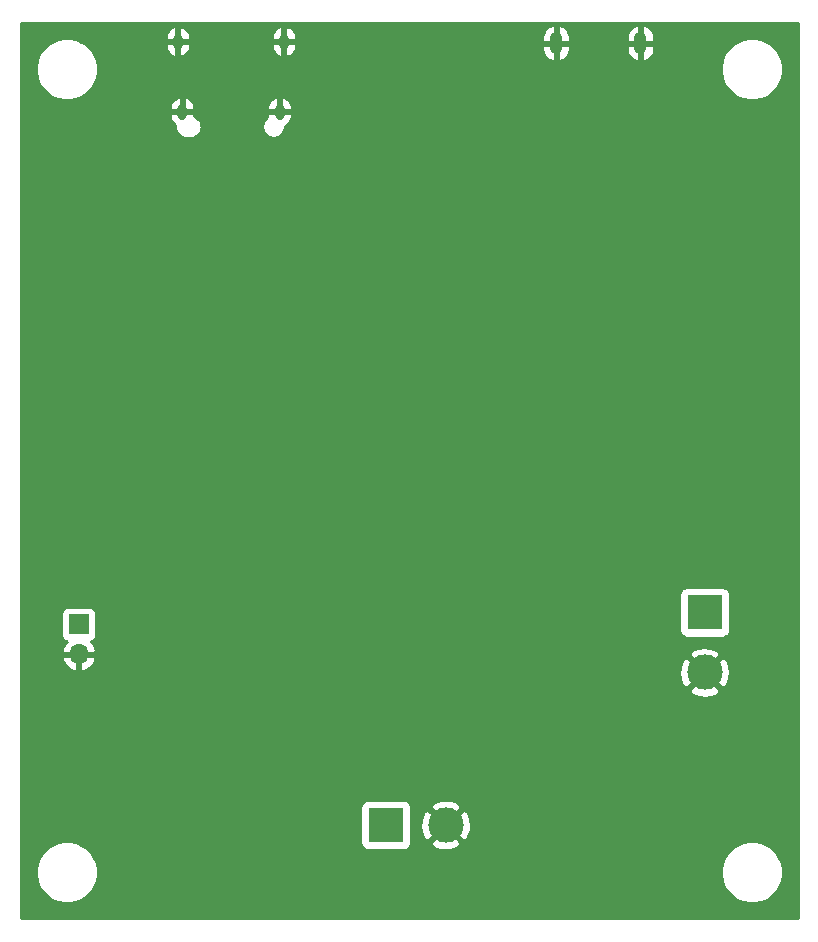
<source format=gbr>
%TF.GenerationSoftware,KiCad,Pcbnew,(5.1.9)-1*%
%TF.CreationDate,2021-08-17T00:54:57-04:00*%
%TF.ProjectId,cargador,63617267-6164-46f7-922e-6b696361645f,rev?*%
%TF.SameCoordinates,Original*%
%TF.FileFunction,Copper,L2,Bot*%
%TF.FilePolarity,Positive*%
%FSLAX46Y46*%
G04 Gerber Fmt 4.6, Leading zero omitted, Abs format (unit mm)*
G04 Created by KiCad (PCBNEW (5.1.9)-1) date 2021-08-17 00:54:57*
%MOMM*%
%LPD*%
G01*
G04 APERTURE LIST*
%TA.AperFunction,ComponentPad*%
%ADD10O,0.800000X1.400000*%
%TD*%
%TA.AperFunction,ComponentPad*%
%ADD11C,3.000000*%
%TD*%
%TA.AperFunction,ComponentPad*%
%ADD12R,3.000000X3.000000*%
%TD*%
%TA.AperFunction,ComponentPad*%
%ADD13O,1.050000X1.900000*%
%TD*%
%TA.AperFunction,ComponentPad*%
%ADD14O,1.700000X1.700000*%
%TD*%
%TA.AperFunction,ComponentPad*%
%ADD15R,1.700000X1.700000*%
%TD*%
%TA.AperFunction,ViaPad*%
%ADD16C,1.800000*%
%TD*%
%TA.AperFunction,Conductor*%
%ADD17C,0.254000*%
%TD*%
%TA.AperFunction,Conductor*%
%ADD18C,0.100000*%
%TD*%
G04 APERTURE END LIST*
D10*
%TO.P,J1,S1*%
%TO.N,GND*%
X72390000Y-35660000D03*
X63410000Y-35660000D03*
X63770000Y-41610000D03*
X72030000Y-41610000D03*
%TD*%
D11*
%TO.P,VBUS_Out1,2*%
%TO.N,GND*%
X108000000Y-89080000D03*
D12*
%TO.P,VBUS_Out1,1*%
%TO.N,Vin*%
X108000000Y-84000000D03*
%TD*%
D13*
%TO.P,USB_IN1,6*%
%TO.N,GND*%
X95425000Y-35800000D03*
X102575000Y-35800000D03*
%TD*%
D14*
%TO.P,Out3v3,2*%
%TO.N,GND*%
X55000000Y-87540000D03*
D15*
%TO.P,Out3v3,1*%
%TO.N,Vout*%
X55000000Y-85000000D03*
%TD*%
D11*
%TO.P,BattOut,2*%
%TO.N,GND*%
X86080000Y-102000000D03*
D12*
%TO.P,BattOut,1*%
%TO.N,Battery_Out*%
X81000000Y-102000000D03*
%TD*%
D16*
%TO.N,GND*%
X105000000Y-72000000D03*
X98000000Y-69000000D03*
X106000000Y-58000000D03*
X83000000Y-43000000D03*
X98000000Y-64000000D03*
X94200000Y-38600000D03*
X103800000Y-39100000D03*
X92300000Y-35900000D03*
X105400000Y-35900000D03*
X65100000Y-39400000D03*
X63500000Y-46100000D03*
X72500000Y-46100000D03*
X70600000Y-39500000D03*
X83000000Y-52100000D03*
X76200000Y-87000000D03*
X71300000Y-79700000D03*
X68500000Y-89000000D03*
X64600000Y-78000000D03*
%TD*%
D17*
%TO.N,GND*%
X115873000Y-109873000D02*
X50127000Y-109873000D01*
X50127000Y-105740475D01*
X51365000Y-105740475D01*
X51365000Y-106259525D01*
X51466261Y-106768601D01*
X51664893Y-107248141D01*
X51953262Y-107679715D01*
X52320285Y-108046738D01*
X52751859Y-108335107D01*
X53231399Y-108533739D01*
X53740475Y-108635000D01*
X54259525Y-108635000D01*
X54768601Y-108533739D01*
X55248141Y-108335107D01*
X55679715Y-108046738D01*
X56046738Y-107679715D01*
X56335107Y-107248141D01*
X56533739Y-106768601D01*
X56635000Y-106259525D01*
X56635000Y-105740475D01*
X109365000Y-105740475D01*
X109365000Y-106259525D01*
X109466261Y-106768601D01*
X109664893Y-107248141D01*
X109953262Y-107679715D01*
X110320285Y-108046738D01*
X110751859Y-108335107D01*
X111231399Y-108533739D01*
X111740475Y-108635000D01*
X112259525Y-108635000D01*
X112768601Y-108533739D01*
X113248141Y-108335107D01*
X113679715Y-108046738D01*
X114046738Y-107679715D01*
X114335107Y-107248141D01*
X114533739Y-106768601D01*
X114635000Y-106259525D01*
X114635000Y-105740475D01*
X114533739Y-105231399D01*
X114335107Y-104751859D01*
X114046738Y-104320285D01*
X113679715Y-103953262D01*
X113248141Y-103664893D01*
X112768601Y-103466261D01*
X112259525Y-103365000D01*
X111740475Y-103365000D01*
X111231399Y-103466261D01*
X110751859Y-103664893D01*
X110320285Y-103953262D01*
X109953262Y-104320285D01*
X109664893Y-104751859D01*
X109466261Y-105231399D01*
X109365000Y-105740475D01*
X56635000Y-105740475D01*
X56533739Y-105231399D01*
X56335107Y-104751859D01*
X56046738Y-104320285D01*
X55679715Y-103953262D01*
X55248141Y-103664893D01*
X54768601Y-103466261D01*
X54259525Y-103365000D01*
X53740475Y-103365000D01*
X53231399Y-103466261D01*
X52751859Y-103664893D01*
X52320285Y-103953262D01*
X51953262Y-104320285D01*
X51664893Y-104751859D01*
X51466261Y-105231399D01*
X51365000Y-105740475D01*
X50127000Y-105740475D01*
X50127000Y-100500000D01*
X78861928Y-100500000D01*
X78861928Y-103500000D01*
X78874188Y-103624482D01*
X78910498Y-103744180D01*
X78969463Y-103854494D01*
X79048815Y-103951185D01*
X79145506Y-104030537D01*
X79255820Y-104089502D01*
X79375518Y-104125812D01*
X79500000Y-104138072D01*
X82500000Y-104138072D01*
X82624482Y-104125812D01*
X82744180Y-104089502D01*
X82854494Y-104030537D01*
X82951185Y-103951185D01*
X83030537Y-103854494D01*
X83089502Y-103744180D01*
X83125812Y-103624482D01*
X83138072Y-103500000D01*
X83138072Y-103491653D01*
X84767952Y-103491653D01*
X84923962Y-103807214D01*
X85298745Y-103998020D01*
X85703551Y-104112044D01*
X86122824Y-104144902D01*
X86540451Y-104095334D01*
X86940383Y-103965243D01*
X87236038Y-103807214D01*
X87392048Y-103491653D01*
X86080000Y-102179605D01*
X84767952Y-103491653D01*
X83138072Y-103491653D01*
X83138072Y-102042824D01*
X83935098Y-102042824D01*
X83984666Y-102460451D01*
X84114757Y-102860383D01*
X84272786Y-103156038D01*
X84588347Y-103312048D01*
X85900395Y-102000000D01*
X86259605Y-102000000D01*
X87571653Y-103312048D01*
X87887214Y-103156038D01*
X88078020Y-102781255D01*
X88192044Y-102376449D01*
X88224902Y-101957176D01*
X88175334Y-101539549D01*
X88045243Y-101139617D01*
X87887214Y-100843962D01*
X87571653Y-100687952D01*
X86259605Y-102000000D01*
X85900395Y-102000000D01*
X84588347Y-100687952D01*
X84272786Y-100843962D01*
X84081980Y-101218745D01*
X83967956Y-101623551D01*
X83935098Y-102042824D01*
X83138072Y-102042824D01*
X83138072Y-100508347D01*
X84767952Y-100508347D01*
X86080000Y-101820395D01*
X87392048Y-100508347D01*
X87236038Y-100192786D01*
X86861255Y-100001980D01*
X86456449Y-99887956D01*
X86037176Y-99855098D01*
X85619549Y-99904666D01*
X85219617Y-100034757D01*
X84923962Y-100192786D01*
X84767952Y-100508347D01*
X83138072Y-100508347D01*
X83138072Y-100500000D01*
X83125812Y-100375518D01*
X83089502Y-100255820D01*
X83030537Y-100145506D01*
X82951185Y-100048815D01*
X82854494Y-99969463D01*
X82744180Y-99910498D01*
X82624482Y-99874188D01*
X82500000Y-99861928D01*
X79500000Y-99861928D01*
X79375518Y-99874188D01*
X79255820Y-99910498D01*
X79145506Y-99969463D01*
X79048815Y-100048815D01*
X78969463Y-100145506D01*
X78910498Y-100255820D01*
X78874188Y-100375518D01*
X78861928Y-100500000D01*
X50127000Y-100500000D01*
X50127000Y-90571653D01*
X106687952Y-90571653D01*
X106843962Y-90887214D01*
X107218745Y-91078020D01*
X107623551Y-91192044D01*
X108042824Y-91224902D01*
X108460451Y-91175334D01*
X108860383Y-91045243D01*
X109156038Y-90887214D01*
X109312048Y-90571653D01*
X108000000Y-89259605D01*
X106687952Y-90571653D01*
X50127000Y-90571653D01*
X50127000Y-89122824D01*
X105855098Y-89122824D01*
X105904666Y-89540451D01*
X106034757Y-89940383D01*
X106192786Y-90236038D01*
X106508347Y-90392048D01*
X107820395Y-89080000D01*
X108179605Y-89080000D01*
X109491653Y-90392048D01*
X109807214Y-90236038D01*
X109998020Y-89861255D01*
X110112044Y-89456449D01*
X110144902Y-89037176D01*
X110095334Y-88619549D01*
X109965243Y-88219617D01*
X109807214Y-87923962D01*
X109491653Y-87767952D01*
X108179605Y-89080000D01*
X107820395Y-89080000D01*
X106508347Y-87767952D01*
X106192786Y-87923962D01*
X106001980Y-88298745D01*
X105887956Y-88703551D01*
X105855098Y-89122824D01*
X50127000Y-89122824D01*
X50127000Y-87896890D01*
X53558524Y-87896890D01*
X53603175Y-88044099D01*
X53728359Y-88306920D01*
X53902412Y-88540269D01*
X54118645Y-88735178D01*
X54368748Y-88884157D01*
X54643109Y-88981481D01*
X54873000Y-88860814D01*
X54873000Y-87667000D01*
X55127000Y-87667000D01*
X55127000Y-88860814D01*
X55356891Y-88981481D01*
X55631252Y-88884157D01*
X55881355Y-88735178D01*
X56097588Y-88540269D01*
X56271641Y-88306920D01*
X56396825Y-88044099D01*
X56441476Y-87896890D01*
X56320155Y-87667000D01*
X55127000Y-87667000D01*
X54873000Y-87667000D01*
X53679845Y-87667000D01*
X53558524Y-87896890D01*
X50127000Y-87896890D01*
X50127000Y-87588347D01*
X106687952Y-87588347D01*
X108000000Y-88900395D01*
X109312048Y-87588347D01*
X109156038Y-87272786D01*
X108781255Y-87081980D01*
X108376449Y-86967956D01*
X107957176Y-86935098D01*
X107539549Y-86984666D01*
X107139617Y-87114757D01*
X106843962Y-87272786D01*
X106687952Y-87588347D01*
X50127000Y-87588347D01*
X50127000Y-84150000D01*
X53511928Y-84150000D01*
X53511928Y-85850000D01*
X53524188Y-85974482D01*
X53560498Y-86094180D01*
X53619463Y-86204494D01*
X53698815Y-86301185D01*
X53795506Y-86380537D01*
X53905820Y-86439502D01*
X53986466Y-86463966D01*
X53902412Y-86539731D01*
X53728359Y-86773080D01*
X53603175Y-87035901D01*
X53558524Y-87183110D01*
X53679845Y-87413000D01*
X54873000Y-87413000D01*
X54873000Y-87393000D01*
X55127000Y-87393000D01*
X55127000Y-87413000D01*
X56320155Y-87413000D01*
X56441476Y-87183110D01*
X56396825Y-87035901D01*
X56271641Y-86773080D01*
X56097588Y-86539731D01*
X56013534Y-86463966D01*
X56094180Y-86439502D01*
X56204494Y-86380537D01*
X56301185Y-86301185D01*
X56380537Y-86204494D01*
X56439502Y-86094180D01*
X56475812Y-85974482D01*
X56488072Y-85850000D01*
X56488072Y-84150000D01*
X56475812Y-84025518D01*
X56439502Y-83905820D01*
X56380537Y-83795506D01*
X56301185Y-83698815D01*
X56204494Y-83619463D01*
X56094180Y-83560498D01*
X55974482Y-83524188D01*
X55850000Y-83511928D01*
X54150000Y-83511928D01*
X54025518Y-83524188D01*
X53905820Y-83560498D01*
X53795506Y-83619463D01*
X53698815Y-83698815D01*
X53619463Y-83795506D01*
X53560498Y-83905820D01*
X53524188Y-84025518D01*
X53511928Y-84150000D01*
X50127000Y-84150000D01*
X50127000Y-82500000D01*
X105861928Y-82500000D01*
X105861928Y-85500000D01*
X105874188Y-85624482D01*
X105910498Y-85744180D01*
X105969463Y-85854494D01*
X106048815Y-85951185D01*
X106145506Y-86030537D01*
X106255820Y-86089502D01*
X106375518Y-86125812D01*
X106500000Y-86138072D01*
X109500000Y-86138072D01*
X109624482Y-86125812D01*
X109744180Y-86089502D01*
X109854494Y-86030537D01*
X109951185Y-85951185D01*
X110030537Y-85854494D01*
X110089502Y-85744180D01*
X110125812Y-85624482D01*
X110138072Y-85500000D01*
X110138072Y-82500000D01*
X110125812Y-82375518D01*
X110089502Y-82255820D01*
X110030537Y-82145506D01*
X109951185Y-82048815D01*
X109854494Y-81969463D01*
X109744180Y-81910498D01*
X109624482Y-81874188D01*
X109500000Y-81861928D01*
X106500000Y-81861928D01*
X106375518Y-81874188D01*
X106255820Y-81910498D01*
X106145506Y-81969463D01*
X106048815Y-82048815D01*
X105969463Y-82145506D01*
X105910498Y-82255820D01*
X105874188Y-82375518D01*
X105861928Y-82500000D01*
X50127000Y-82500000D01*
X50127000Y-41737000D01*
X62735000Y-41737000D01*
X62735000Y-42037000D01*
X62779664Y-42236478D01*
X62862386Y-42423410D01*
X62979987Y-42590612D01*
X63127948Y-42731658D01*
X63193878Y-42773465D01*
X63185355Y-42860000D01*
X63203890Y-43048193D01*
X63258784Y-43229154D01*
X63347927Y-43395928D01*
X63467893Y-43542107D01*
X63614072Y-43662073D01*
X63780846Y-43751216D01*
X63961807Y-43806110D01*
X64102838Y-43820000D01*
X64497162Y-43820000D01*
X64638193Y-43806110D01*
X64819154Y-43751216D01*
X64985928Y-43662073D01*
X65132107Y-43542107D01*
X65252073Y-43395928D01*
X65341216Y-43229154D01*
X65396110Y-43048193D01*
X65414645Y-42860000D01*
X65405333Y-42765448D01*
X70540000Y-42765448D01*
X70540000Y-42954552D01*
X70576892Y-43140022D01*
X70649259Y-43314731D01*
X70754319Y-43471964D01*
X70888036Y-43605681D01*
X71045269Y-43710741D01*
X71219978Y-43783108D01*
X71405448Y-43820000D01*
X71594552Y-43820000D01*
X71780022Y-43783108D01*
X71954731Y-43710741D01*
X72111964Y-43605681D01*
X72245681Y-43471964D01*
X72350741Y-43314731D01*
X72423108Y-43140022D01*
X72460000Y-42954552D01*
X72460000Y-42854792D01*
X72499418Y-42841128D01*
X72672052Y-42731658D01*
X72820013Y-42590612D01*
X72937614Y-42423410D01*
X73020336Y-42236478D01*
X73065000Y-42037000D01*
X73065000Y-41737000D01*
X72157000Y-41737000D01*
X72157000Y-41757000D01*
X71903000Y-41757000D01*
X71903000Y-41737000D01*
X70995000Y-41737000D01*
X70995000Y-42037000D01*
X70996139Y-42042087D01*
X70888036Y-42114319D01*
X70754319Y-42248036D01*
X70649259Y-42405269D01*
X70576892Y-42579978D01*
X70540000Y-42765448D01*
X65405333Y-42765448D01*
X65396110Y-42671807D01*
X65341216Y-42490846D01*
X65252073Y-42324072D01*
X65132107Y-42177893D01*
X64985928Y-42057927D01*
X64819154Y-41968784D01*
X64805000Y-41964490D01*
X64805000Y-41737000D01*
X63897000Y-41737000D01*
X63897000Y-41757000D01*
X63643000Y-41757000D01*
X63643000Y-41737000D01*
X62735000Y-41737000D01*
X50127000Y-41737000D01*
X50127000Y-41183000D01*
X62735000Y-41183000D01*
X62735000Y-41483000D01*
X63643000Y-41483000D01*
X63643000Y-40443002D01*
X63897000Y-40443002D01*
X63897000Y-41483000D01*
X64805000Y-41483000D01*
X64805000Y-41183000D01*
X70995000Y-41183000D01*
X70995000Y-41483000D01*
X71903000Y-41483000D01*
X71903000Y-40443002D01*
X72157000Y-40443002D01*
X72157000Y-41483000D01*
X73065000Y-41483000D01*
X73065000Y-41183000D01*
X73020336Y-40983522D01*
X72937614Y-40796590D01*
X72820013Y-40629388D01*
X72672052Y-40488342D01*
X72499418Y-40378872D01*
X72316123Y-40315334D01*
X72157000Y-40443002D01*
X71903000Y-40443002D01*
X71743877Y-40315334D01*
X71560582Y-40378872D01*
X71387948Y-40488342D01*
X71239987Y-40629388D01*
X71122386Y-40796590D01*
X71039664Y-40983522D01*
X70995000Y-41183000D01*
X64805000Y-41183000D01*
X64760336Y-40983522D01*
X64677614Y-40796590D01*
X64560013Y-40629388D01*
X64412052Y-40488342D01*
X64239418Y-40378872D01*
X64056123Y-40315334D01*
X63897000Y-40443002D01*
X63643000Y-40443002D01*
X63483877Y-40315334D01*
X63300582Y-40378872D01*
X63127948Y-40488342D01*
X62979987Y-40629388D01*
X62862386Y-40796590D01*
X62779664Y-40983522D01*
X62735000Y-41183000D01*
X50127000Y-41183000D01*
X50127000Y-37740475D01*
X51365000Y-37740475D01*
X51365000Y-38259525D01*
X51466261Y-38768601D01*
X51664893Y-39248141D01*
X51953262Y-39679715D01*
X52320285Y-40046738D01*
X52751859Y-40335107D01*
X53231399Y-40533739D01*
X53740475Y-40635000D01*
X54259525Y-40635000D01*
X54768601Y-40533739D01*
X55248141Y-40335107D01*
X55679715Y-40046738D01*
X56046738Y-39679715D01*
X56335107Y-39248141D01*
X56533739Y-38768601D01*
X56635000Y-38259525D01*
X56635000Y-37740475D01*
X109365000Y-37740475D01*
X109365000Y-38259525D01*
X109466261Y-38768601D01*
X109664893Y-39248141D01*
X109953262Y-39679715D01*
X110320285Y-40046738D01*
X110751859Y-40335107D01*
X111231399Y-40533739D01*
X111740475Y-40635000D01*
X112259525Y-40635000D01*
X112768601Y-40533739D01*
X113248141Y-40335107D01*
X113679715Y-40046738D01*
X114046738Y-39679715D01*
X114335107Y-39248141D01*
X114533739Y-38768601D01*
X114635000Y-38259525D01*
X114635000Y-37740475D01*
X114533739Y-37231399D01*
X114335107Y-36751859D01*
X114046738Y-36320285D01*
X113679715Y-35953262D01*
X113248141Y-35664893D01*
X112768601Y-35466261D01*
X112259525Y-35365000D01*
X111740475Y-35365000D01*
X111231399Y-35466261D01*
X110751859Y-35664893D01*
X110320285Y-35953262D01*
X109953262Y-36320285D01*
X109664893Y-36751859D01*
X109466261Y-37231399D01*
X109365000Y-37740475D01*
X56635000Y-37740475D01*
X56533739Y-37231399D01*
X56335107Y-36751859D01*
X56046738Y-36320285D01*
X55679715Y-35953262D01*
X55430887Y-35787000D01*
X62375000Y-35787000D01*
X62375000Y-36087000D01*
X62419664Y-36286478D01*
X62502386Y-36473410D01*
X62619987Y-36640612D01*
X62767948Y-36781658D01*
X62940582Y-36891128D01*
X63123877Y-36954666D01*
X63283000Y-36826998D01*
X63283000Y-35787000D01*
X63537000Y-35787000D01*
X63537000Y-36826998D01*
X63696123Y-36954666D01*
X63879418Y-36891128D01*
X64052052Y-36781658D01*
X64200013Y-36640612D01*
X64317614Y-36473410D01*
X64400336Y-36286478D01*
X64445000Y-36087000D01*
X64445000Y-35787000D01*
X71355000Y-35787000D01*
X71355000Y-36087000D01*
X71399664Y-36286478D01*
X71482386Y-36473410D01*
X71599987Y-36640612D01*
X71747948Y-36781658D01*
X71920582Y-36891128D01*
X72103877Y-36954666D01*
X72263000Y-36826998D01*
X72263000Y-35787000D01*
X72517000Y-35787000D01*
X72517000Y-36826998D01*
X72676123Y-36954666D01*
X72859418Y-36891128D01*
X73032052Y-36781658D01*
X73180013Y-36640612D01*
X73297614Y-36473410D01*
X73380336Y-36286478D01*
X73425000Y-36087000D01*
X73425000Y-35927000D01*
X94265000Y-35927000D01*
X94265000Y-36352000D01*
X94312066Y-36575865D01*
X94401901Y-36786246D01*
X94531053Y-36975059D01*
X94694559Y-37135047D01*
X94886136Y-37260063D01*
X95119190Y-37343964D01*
X95298000Y-37218163D01*
X95298000Y-35927000D01*
X95552000Y-35927000D01*
X95552000Y-37218163D01*
X95730810Y-37343964D01*
X95963864Y-37260063D01*
X96155441Y-37135047D01*
X96318947Y-36975059D01*
X96448099Y-36786246D01*
X96537934Y-36575865D01*
X96585000Y-36352000D01*
X96585000Y-35927000D01*
X101415000Y-35927000D01*
X101415000Y-36352000D01*
X101462066Y-36575865D01*
X101551901Y-36786246D01*
X101681053Y-36975059D01*
X101844559Y-37135047D01*
X102036136Y-37260063D01*
X102269190Y-37343964D01*
X102448000Y-37218163D01*
X102448000Y-35927000D01*
X102702000Y-35927000D01*
X102702000Y-37218163D01*
X102880810Y-37343964D01*
X103113864Y-37260063D01*
X103305441Y-37135047D01*
X103468947Y-36975059D01*
X103598099Y-36786246D01*
X103687934Y-36575865D01*
X103735000Y-36352000D01*
X103735000Y-35927000D01*
X102702000Y-35927000D01*
X102448000Y-35927000D01*
X101415000Y-35927000D01*
X96585000Y-35927000D01*
X95552000Y-35927000D01*
X95298000Y-35927000D01*
X94265000Y-35927000D01*
X73425000Y-35927000D01*
X73425000Y-35787000D01*
X72517000Y-35787000D01*
X72263000Y-35787000D01*
X71355000Y-35787000D01*
X64445000Y-35787000D01*
X63537000Y-35787000D01*
X63283000Y-35787000D01*
X62375000Y-35787000D01*
X55430887Y-35787000D01*
X55248141Y-35664893D01*
X54768601Y-35466261D01*
X54259525Y-35365000D01*
X53740475Y-35365000D01*
X53231399Y-35466261D01*
X52751859Y-35664893D01*
X52320285Y-35953262D01*
X51953262Y-36320285D01*
X51664893Y-36751859D01*
X51466261Y-37231399D01*
X51365000Y-37740475D01*
X50127000Y-37740475D01*
X50127000Y-35233000D01*
X62375000Y-35233000D01*
X62375000Y-35533000D01*
X63283000Y-35533000D01*
X63283000Y-34493002D01*
X63537000Y-34493002D01*
X63537000Y-35533000D01*
X64445000Y-35533000D01*
X64445000Y-35233000D01*
X71355000Y-35233000D01*
X71355000Y-35533000D01*
X72263000Y-35533000D01*
X72263000Y-34493002D01*
X72517000Y-34493002D01*
X72517000Y-35533000D01*
X73425000Y-35533000D01*
X73425000Y-35248000D01*
X94265000Y-35248000D01*
X94265000Y-35673000D01*
X95298000Y-35673000D01*
X95298000Y-34381837D01*
X95552000Y-34381837D01*
X95552000Y-35673000D01*
X96585000Y-35673000D01*
X96585000Y-35248000D01*
X101415000Y-35248000D01*
X101415000Y-35673000D01*
X102448000Y-35673000D01*
X102448000Y-34381837D01*
X102702000Y-34381837D01*
X102702000Y-35673000D01*
X103735000Y-35673000D01*
X103735000Y-35248000D01*
X103687934Y-35024135D01*
X103598099Y-34813754D01*
X103468947Y-34624941D01*
X103305441Y-34464953D01*
X103113864Y-34339937D01*
X102880810Y-34256036D01*
X102702000Y-34381837D01*
X102448000Y-34381837D01*
X102269190Y-34256036D01*
X102036136Y-34339937D01*
X101844559Y-34464953D01*
X101681053Y-34624941D01*
X101551901Y-34813754D01*
X101462066Y-35024135D01*
X101415000Y-35248000D01*
X96585000Y-35248000D01*
X96537934Y-35024135D01*
X96448099Y-34813754D01*
X96318947Y-34624941D01*
X96155441Y-34464953D01*
X95963864Y-34339937D01*
X95730810Y-34256036D01*
X95552000Y-34381837D01*
X95298000Y-34381837D01*
X95119190Y-34256036D01*
X94886136Y-34339937D01*
X94694559Y-34464953D01*
X94531053Y-34624941D01*
X94401901Y-34813754D01*
X94312066Y-35024135D01*
X94265000Y-35248000D01*
X73425000Y-35248000D01*
X73425000Y-35233000D01*
X73380336Y-35033522D01*
X73297614Y-34846590D01*
X73180013Y-34679388D01*
X73032052Y-34538342D01*
X72859418Y-34428872D01*
X72676123Y-34365334D01*
X72517000Y-34493002D01*
X72263000Y-34493002D01*
X72103877Y-34365334D01*
X71920582Y-34428872D01*
X71747948Y-34538342D01*
X71599987Y-34679388D01*
X71482386Y-34846590D01*
X71399664Y-35033522D01*
X71355000Y-35233000D01*
X64445000Y-35233000D01*
X64400336Y-35033522D01*
X64317614Y-34846590D01*
X64200013Y-34679388D01*
X64052052Y-34538342D01*
X63879418Y-34428872D01*
X63696123Y-34365334D01*
X63537000Y-34493002D01*
X63283000Y-34493002D01*
X63123877Y-34365334D01*
X62940582Y-34428872D01*
X62767948Y-34538342D01*
X62619987Y-34679388D01*
X62502386Y-34846590D01*
X62419664Y-35033522D01*
X62375000Y-35233000D01*
X50127000Y-35233000D01*
X50127000Y-34127000D01*
X115873000Y-34127000D01*
X115873000Y-109873000D01*
%TA.AperFunction,Conductor*%
D18*
G36*
X115873000Y-109873000D02*
G01*
X50127000Y-109873000D01*
X50127000Y-105740475D01*
X51365000Y-105740475D01*
X51365000Y-106259525D01*
X51466261Y-106768601D01*
X51664893Y-107248141D01*
X51953262Y-107679715D01*
X52320285Y-108046738D01*
X52751859Y-108335107D01*
X53231399Y-108533739D01*
X53740475Y-108635000D01*
X54259525Y-108635000D01*
X54768601Y-108533739D01*
X55248141Y-108335107D01*
X55679715Y-108046738D01*
X56046738Y-107679715D01*
X56335107Y-107248141D01*
X56533739Y-106768601D01*
X56635000Y-106259525D01*
X56635000Y-105740475D01*
X109365000Y-105740475D01*
X109365000Y-106259525D01*
X109466261Y-106768601D01*
X109664893Y-107248141D01*
X109953262Y-107679715D01*
X110320285Y-108046738D01*
X110751859Y-108335107D01*
X111231399Y-108533739D01*
X111740475Y-108635000D01*
X112259525Y-108635000D01*
X112768601Y-108533739D01*
X113248141Y-108335107D01*
X113679715Y-108046738D01*
X114046738Y-107679715D01*
X114335107Y-107248141D01*
X114533739Y-106768601D01*
X114635000Y-106259525D01*
X114635000Y-105740475D01*
X114533739Y-105231399D01*
X114335107Y-104751859D01*
X114046738Y-104320285D01*
X113679715Y-103953262D01*
X113248141Y-103664893D01*
X112768601Y-103466261D01*
X112259525Y-103365000D01*
X111740475Y-103365000D01*
X111231399Y-103466261D01*
X110751859Y-103664893D01*
X110320285Y-103953262D01*
X109953262Y-104320285D01*
X109664893Y-104751859D01*
X109466261Y-105231399D01*
X109365000Y-105740475D01*
X56635000Y-105740475D01*
X56533739Y-105231399D01*
X56335107Y-104751859D01*
X56046738Y-104320285D01*
X55679715Y-103953262D01*
X55248141Y-103664893D01*
X54768601Y-103466261D01*
X54259525Y-103365000D01*
X53740475Y-103365000D01*
X53231399Y-103466261D01*
X52751859Y-103664893D01*
X52320285Y-103953262D01*
X51953262Y-104320285D01*
X51664893Y-104751859D01*
X51466261Y-105231399D01*
X51365000Y-105740475D01*
X50127000Y-105740475D01*
X50127000Y-100500000D01*
X78861928Y-100500000D01*
X78861928Y-103500000D01*
X78874188Y-103624482D01*
X78910498Y-103744180D01*
X78969463Y-103854494D01*
X79048815Y-103951185D01*
X79145506Y-104030537D01*
X79255820Y-104089502D01*
X79375518Y-104125812D01*
X79500000Y-104138072D01*
X82500000Y-104138072D01*
X82624482Y-104125812D01*
X82744180Y-104089502D01*
X82854494Y-104030537D01*
X82951185Y-103951185D01*
X83030537Y-103854494D01*
X83089502Y-103744180D01*
X83125812Y-103624482D01*
X83138072Y-103500000D01*
X83138072Y-103491653D01*
X84767952Y-103491653D01*
X84923962Y-103807214D01*
X85298745Y-103998020D01*
X85703551Y-104112044D01*
X86122824Y-104144902D01*
X86540451Y-104095334D01*
X86940383Y-103965243D01*
X87236038Y-103807214D01*
X87392048Y-103491653D01*
X86080000Y-102179605D01*
X84767952Y-103491653D01*
X83138072Y-103491653D01*
X83138072Y-102042824D01*
X83935098Y-102042824D01*
X83984666Y-102460451D01*
X84114757Y-102860383D01*
X84272786Y-103156038D01*
X84588347Y-103312048D01*
X85900395Y-102000000D01*
X86259605Y-102000000D01*
X87571653Y-103312048D01*
X87887214Y-103156038D01*
X88078020Y-102781255D01*
X88192044Y-102376449D01*
X88224902Y-101957176D01*
X88175334Y-101539549D01*
X88045243Y-101139617D01*
X87887214Y-100843962D01*
X87571653Y-100687952D01*
X86259605Y-102000000D01*
X85900395Y-102000000D01*
X84588347Y-100687952D01*
X84272786Y-100843962D01*
X84081980Y-101218745D01*
X83967956Y-101623551D01*
X83935098Y-102042824D01*
X83138072Y-102042824D01*
X83138072Y-100508347D01*
X84767952Y-100508347D01*
X86080000Y-101820395D01*
X87392048Y-100508347D01*
X87236038Y-100192786D01*
X86861255Y-100001980D01*
X86456449Y-99887956D01*
X86037176Y-99855098D01*
X85619549Y-99904666D01*
X85219617Y-100034757D01*
X84923962Y-100192786D01*
X84767952Y-100508347D01*
X83138072Y-100508347D01*
X83138072Y-100500000D01*
X83125812Y-100375518D01*
X83089502Y-100255820D01*
X83030537Y-100145506D01*
X82951185Y-100048815D01*
X82854494Y-99969463D01*
X82744180Y-99910498D01*
X82624482Y-99874188D01*
X82500000Y-99861928D01*
X79500000Y-99861928D01*
X79375518Y-99874188D01*
X79255820Y-99910498D01*
X79145506Y-99969463D01*
X79048815Y-100048815D01*
X78969463Y-100145506D01*
X78910498Y-100255820D01*
X78874188Y-100375518D01*
X78861928Y-100500000D01*
X50127000Y-100500000D01*
X50127000Y-90571653D01*
X106687952Y-90571653D01*
X106843962Y-90887214D01*
X107218745Y-91078020D01*
X107623551Y-91192044D01*
X108042824Y-91224902D01*
X108460451Y-91175334D01*
X108860383Y-91045243D01*
X109156038Y-90887214D01*
X109312048Y-90571653D01*
X108000000Y-89259605D01*
X106687952Y-90571653D01*
X50127000Y-90571653D01*
X50127000Y-89122824D01*
X105855098Y-89122824D01*
X105904666Y-89540451D01*
X106034757Y-89940383D01*
X106192786Y-90236038D01*
X106508347Y-90392048D01*
X107820395Y-89080000D01*
X108179605Y-89080000D01*
X109491653Y-90392048D01*
X109807214Y-90236038D01*
X109998020Y-89861255D01*
X110112044Y-89456449D01*
X110144902Y-89037176D01*
X110095334Y-88619549D01*
X109965243Y-88219617D01*
X109807214Y-87923962D01*
X109491653Y-87767952D01*
X108179605Y-89080000D01*
X107820395Y-89080000D01*
X106508347Y-87767952D01*
X106192786Y-87923962D01*
X106001980Y-88298745D01*
X105887956Y-88703551D01*
X105855098Y-89122824D01*
X50127000Y-89122824D01*
X50127000Y-87896890D01*
X53558524Y-87896890D01*
X53603175Y-88044099D01*
X53728359Y-88306920D01*
X53902412Y-88540269D01*
X54118645Y-88735178D01*
X54368748Y-88884157D01*
X54643109Y-88981481D01*
X54873000Y-88860814D01*
X54873000Y-87667000D01*
X55127000Y-87667000D01*
X55127000Y-88860814D01*
X55356891Y-88981481D01*
X55631252Y-88884157D01*
X55881355Y-88735178D01*
X56097588Y-88540269D01*
X56271641Y-88306920D01*
X56396825Y-88044099D01*
X56441476Y-87896890D01*
X56320155Y-87667000D01*
X55127000Y-87667000D01*
X54873000Y-87667000D01*
X53679845Y-87667000D01*
X53558524Y-87896890D01*
X50127000Y-87896890D01*
X50127000Y-87588347D01*
X106687952Y-87588347D01*
X108000000Y-88900395D01*
X109312048Y-87588347D01*
X109156038Y-87272786D01*
X108781255Y-87081980D01*
X108376449Y-86967956D01*
X107957176Y-86935098D01*
X107539549Y-86984666D01*
X107139617Y-87114757D01*
X106843962Y-87272786D01*
X106687952Y-87588347D01*
X50127000Y-87588347D01*
X50127000Y-84150000D01*
X53511928Y-84150000D01*
X53511928Y-85850000D01*
X53524188Y-85974482D01*
X53560498Y-86094180D01*
X53619463Y-86204494D01*
X53698815Y-86301185D01*
X53795506Y-86380537D01*
X53905820Y-86439502D01*
X53986466Y-86463966D01*
X53902412Y-86539731D01*
X53728359Y-86773080D01*
X53603175Y-87035901D01*
X53558524Y-87183110D01*
X53679845Y-87413000D01*
X54873000Y-87413000D01*
X54873000Y-87393000D01*
X55127000Y-87393000D01*
X55127000Y-87413000D01*
X56320155Y-87413000D01*
X56441476Y-87183110D01*
X56396825Y-87035901D01*
X56271641Y-86773080D01*
X56097588Y-86539731D01*
X56013534Y-86463966D01*
X56094180Y-86439502D01*
X56204494Y-86380537D01*
X56301185Y-86301185D01*
X56380537Y-86204494D01*
X56439502Y-86094180D01*
X56475812Y-85974482D01*
X56488072Y-85850000D01*
X56488072Y-84150000D01*
X56475812Y-84025518D01*
X56439502Y-83905820D01*
X56380537Y-83795506D01*
X56301185Y-83698815D01*
X56204494Y-83619463D01*
X56094180Y-83560498D01*
X55974482Y-83524188D01*
X55850000Y-83511928D01*
X54150000Y-83511928D01*
X54025518Y-83524188D01*
X53905820Y-83560498D01*
X53795506Y-83619463D01*
X53698815Y-83698815D01*
X53619463Y-83795506D01*
X53560498Y-83905820D01*
X53524188Y-84025518D01*
X53511928Y-84150000D01*
X50127000Y-84150000D01*
X50127000Y-82500000D01*
X105861928Y-82500000D01*
X105861928Y-85500000D01*
X105874188Y-85624482D01*
X105910498Y-85744180D01*
X105969463Y-85854494D01*
X106048815Y-85951185D01*
X106145506Y-86030537D01*
X106255820Y-86089502D01*
X106375518Y-86125812D01*
X106500000Y-86138072D01*
X109500000Y-86138072D01*
X109624482Y-86125812D01*
X109744180Y-86089502D01*
X109854494Y-86030537D01*
X109951185Y-85951185D01*
X110030537Y-85854494D01*
X110089502Y-85744180D01*
X110125812Y-85624482D01*
X110138072Y-85500000D01*
X110138072Y-82500000D01*
X110125812Y-82375518D01*
X110089502Y-82255820D01*
X110030537Y-82145506D01*
X109951185Y-82048815D01*
X109854494Y-81969463D01*
X109744180Y-81910498D01*
X109624482Y-81874188D01*
X109500000Y-81861928D01*
X106500000Y-81861928D01*
X106375518Y-81874188D01*
X106255820Y-81910498D01*
X106145506Y-81969463D01*
X106048815Y-82048815D01*
X105969463Y-82145506D01*
X105910498Y-82255820D01*
X105874188Y-82375518D01*
X105861928Y-82500000D01*
X50127000Y-82500000D01*
X50127000Y-41737000D01*
X62735000Y-41737000D01*
X62735000Y-42037000D01*
X62779664Y-42236478D01*
X62862386Y-42423410D01*
X62979987Y-42590612D01*
X63127948Y-42731658D01*
X63193878Y-42773465D01*
X63185355Y-42860000D01*
X63203890Y-43048193D01*
X63258784Y-43229154D01*
X63347927Y-43395928D01*
X63467893Y-43542107D01*
X63614072Y-43662073D01*
X63780846Y-43751216D01*
X63961807Y-43806110D01*
X64102838Y-43820000D01*
X64497162Y-43820000D01*
X64638193Y-43806110D01*
X64819154Y-43751216D01*
X64985928Y-43662073D01*
X65132107Y-43542107D01*
X65252073Y-43395928D01*
X65341216Y-43229154D01*
X65396110Y-43048193D01*
X65414645Y-42860000D01*
X65405333Y-42765448D01*
X70540000Y-42765448D01*
X70540000Y-42954552D01*
X70576892Y-43140022D01*
X70649259Y-43314731D01*
X70754319Y-43471964D01*
X70888036Y-43605681D01*
X71045269Y-43710741D01*
X71219978Y-43783108D01*
X71405448Y-43820000D01*
X71594552Y-43820000D01*
X71780022Y-43783108D01*
X71954731Y-43710741D01*
X72111964Y-43605681D01*
X72245681Y-43471964D01*
X72350741Y-43314731D01*
X72423108Y-43140022D01*
X72460000Y-42954552D01*
X72460000Y-42854792D01*
X72499418Y-42841128D01*
X72672052Y-42731658D01*
X72820013Y-42590612D01*
X72937614Y-42423410D01*
X73020336Y-42236478D01*
X73065000Y-42037000D01*
X73065000Y-41737000D01*
X72157000Y-41737000D01*
X72157000Y-41757000D01*
X71903000Y-41757000D01*
X71903000Y-41737000D01*
X70995000Y-41737000D01*
X70995000Y-42037000D01*
X70996139Y-42042087D01*
X70888036Y-42114319D01*
X70754319Y-42248036D01*
X70649259Y-42405269D01*
X70576892Y-42579978D01*
X70540000Y-42765448D01*
X65405333Y-42765448D01*
X65396110Y-42671807D01*
X65341216Y-42490846D01*
X65252073Y-42324072D01*
X65132107Y-42177893D01*
X64985928Y-42057927D01*
X64819154Y-41968784D01*
X64805000Y-41964490D01*
X64805000Y-41737000D01*
X63897000Y-41737000D01*
X63897000Y-41757000D01*
X63643000Y-41757000D01*
X63643000Y-41737000D01*
X62735000Y-41737000D01*
X50127000Y-41737000D01*
X50127000Y-41183000D01*
X62735000Y-41183000D01*
X62735000Y-41483000D01*
X63643000Y-41483000D01*
X63643000Y-40443002D01*
X63897000Y-40443002D01*
X63897000Y-41483000D01*
X64805000Y-41483000D01*
X64805000Y-41183000D01*
X70995000Y-41183000D01*
X70995000Y-41483000D01*
X71903000Y-41483000D01*
X71903000Y-40443002D01*
X72157000Y-40443002D01*
X72157000Y-41483000D01*
X73065000Y-41483000D01*
X73065000Y-41183000D01*
X73020336Y-40983522D01*
X72937614Y-40796590D01*
X72820013Y-40629388D01*
X72672052Y-40488342D01*
X72499418Y-40378872D01*
X72316123Y-40315334D01*
X72157000Y-40443002D01*
X71903000Y-40443002D01*
X71743877Y-40315334D01*
X71560582Y-40378872D01*
X71387948Y-40488342D01*
X71239987Y-40629388D01*
X71122386Y-40796590D01*
X71039664Y-40983522D01*
X70995000Y-41183000D01*
X64805000Y-41183000D01*
X64760336Y-40983522D01*
X64677614Y-40796590D01*
X64560013Y-40629388D01*
X64412052Y-40488342D01*
X64239418Y-40378872D01*
X64056123Y-40315334D01*
X63897000Y-40443002D01*
X63643000Y-40443002D01*
X63483877Y-40315334D01*
X63300582Y-40378872D01*
X63127948Y-40488342D01*
X62979987Y-40629388D01*
X62862386Y-40796590D01*
X62779664Y-40983522D01*
X62735000Y-41183000D01*
X50127000Y-41183000D01*
X50127000Y-37740475D01*
X51365000Y-37740475D01*
X51365000Y-38259525D01*
X51466261Y-38768601D01*
X51664893Y-39248141D01*
X51953262Y-39679715D01*
X52320285Y-40046738D01*
X52751859Y-40335107D01*
X53231399Y-40533739D01*
X53740475Y-40635000D01*
X54259525Y-40635000D01*
X54768601Y-40533739D01*
X55248141Y-40335107D01*
X55679715Y-40046738D01*
X56046738Y-39679715D01*
X56335107Y-39248141D01*
X56533739Y-38768601D01*
X56635000Y-38259525D01*
X56635000Y-37740475D01*
X109365000Y-37740475D01*
X109365000Y-38259525D01*
X109466261Y-38768601D01*
X109664893Y-39248141D01*
X109953262Y-39679715D01*
X110320285Y-40046738D01*
X110751859Y-40335107D01*
X111231399Y-40533739D01*
X111740475Y-40635000D01*
X112259525Y-40635000D01*
X112768601Y-40533739D01*
X113248141Y-40335107D01*
X113679715Y-40046738D01*
X114046738Y-39679715D01*
X114335107Y-39248141D01*
X114533739Y-38768601D01*
X114635000Y-38259525D01*
X114635000Y-37740475D01*
X114533739Y-37231399D01*
X114335107Y-36751859D01*
X114046738Y-36320285D01*
X113679715Y-35953262D01*
X113248141Y-35664893D01*
X112768601Y-35466261D01*
X112259525Y-35365000D01*
X111740475Y-35365000D01*
X111231399Y-35466261D01*
X110751859Y-35664893D01*
X110320285Y-35953262D01*
X109953262Y-36320285D01*
X109664893Y-36751859D01*
X109466261Y-37231399D01*
X109365000Y-37740475D01*
X56635000Y-37740475D01*
X56533739Y-37231399D01*
X56335107Y-36751859D01*
X56046738Y-36320285D01*
X55679715Y-35953262D01*
X55430887Y-35787000D01*
X62375000Y-35787000D01*
X62375000Y-36087000D01*
X62419664Y-36286478D01*
X62502386Y-36473410D01*
X62619987Y-36640612D01*
X62767948Y-36781658D01*
X62940582Y-36891128D01*
X63123877Y-36954666D01*
X63283000Y-36826998D01*
X63283000Y-35787000D01*
X63537000Y-35787000D01*
X63537000Y-36826998D01*
X63696123Y-36954666D01*
X63879418Y-36891128D01*
X64052052Y-36781658D01*
X64200013Y-36640612D01*
X64317614Y-36473410D01*
X64400336Y-36286478D01*
X64445000Y-36087000D01*
X64445000Y-35787000D01*
X71355000Y-35787000D01*
X71355000Y-36087000D01*
X71399664Y-36286478D01*
X71482386Y-36473410D01*
X71599987Y-36640612D01*
X71747948Y-36781658D01*
X71920582Y-36891128D01*
X72103877Y-36954666D01*
X72263000Y-36826998D01*
X72263000Y-35787000D01*
X72517000Y-35787000D01*
X72517000Y-36826998D01*
X72676123Y-36954666D01*
X72859418Y-36891128D01*
X73032052Y-36781658D01*
X73180013Y-36640612D01*
X73297614Y-36473410D01*
X73380336Y-36286478D01*
X73425000Y-36087000D01*
X73425000Y-35927000D01*
X94265000Y-35927000D01*
X94265000Y-36352000D01*
X94312066Y-36575865D01*
X94401901Y-36786246D01*
X94531053Y-36975059D01*
X94694559Y-37135047D01*
X94886136Y-37260063D01*
X95119190Y-37343964D01*
X95298000Y-37218163D01*
X95298000Y-35927000D01*
X95552000Y-35927000D01*
X95552000Y-37218163D01*
X95730810Y-37343964D01*
X95963864Y-37260063D01*
X96155441Y-37135047D01*
X96318947Y-36975059D01*
X96448099Y-36786246D01*
X96537934Y-36575865D01*
X96585000Y-36352000D01*
X96585000Y-35927000D01*
X101415000Y-35927000D01*
X101415000Y-36352000D01*
X101462066Y-36575865D01*
X101551901Y-36786246D01*
X101681053Y-36975059D01*
X101844559Y-37135047D01*
X102036136Y-37260063D01*
X102269190Y-37343964D01*
X102448000Y-37218163D01*
X102448000Y-35927000D01*
X102702000Y-35927000D01*
X102702000Y-37218163D01*
X102880810Y-37343964D01*
X103113864Y-37260063D01*
X103305441Y-37135047D01*
X103468947Y-36975059D01*
X103598099Y-36786246D01*
X103687934Y-36575865D01*
X103735000Y-36352000D01*
X103735000Y-35927000D01*
X102702000Y-35927000D01*
X102448000Y-35927000D01*
X101415000Y-35927000D01*
X96585000Y-35927000D01*
X95552000Y-35927000D01*
X95298000Y-35927000D01*
X94265000Y-35927000D01*
X73425000Y-35927000D01*
X73425000Y-35787000D01*
X72517000Y-35787000D01*
X72263000Y-35787000D01*
X71355000Y-35787000D01*
X64445000Y-35787000D01*
X63537000Y-35787000D01*
X63283000Y-35787000D01*
X62375000Y-35787000D01*
X55430887Y-35787000D01*
X55248141Y-35664893D01*
X54768601Y-35466261D01*
X54259525Y-35365000D01*
X53740475Y-35365000D01*
X53231399Y-35466261D01*
X52751859Y-35664893D01*
X52320285Y-35953262D01*
X51953262Y-36320285D01*
X51664893Y-36751859D01*
X51466261Y-37231399D01*
X51365000Y-37740475D01*
X50127000Y-37740475D01*
X50127000Y-35233000D01*
X62375000Y-35233000D01*
X62375000Y-35533000D01*
X63283000Y-35533000D01*
X63283000Y-34493002D01*
X63537000Y-34493002D01*
X63537000Y-35533000D01*
X64445000Y-35533000D01*
X64445000Y-35233000D01*
X71355000Y-35233000D01*
X71355000Y-35533000D01*
X72263000Y-35533000D01*
X72263000Y-34493002D01*
X72517000Y-34493002D01*
X72517000Y-35533000D01*
X73425000Y-35533000D01*
X73425000Y-35248000D01*
X94265000Y-35248000D01*
X94265000Y-35673000D01*
X95298000Y-35673000D01*
X95298000Y-34381837D01*
X95552000Y-34381837D01*
X95552000Y-35673000D01*
X96585000Y-35673000D01*
X96585000Y-35248000D01*
X101415000Y-35248000D01*
X101415000Y-35673000D01*
X102448000Y-35673000D01*
X102448000Y-34381837D01*
X102702000Y-34381837D01*
X102702000Y-35673000D01*
X103735000Y-35673000D01*
X103735000Y-35248000D01*
X103687934Y-35024135D01*
X103598099Y-34813754D01*
X103468947Y-34624941D01*
X103305441Y-34464953D01*
X103113864Y-34339937D01*
X102880810Y-34256036D01*
X102702000Y-34381837D01*
X102448000Y-34381837D01*
X102269190Y-34256036D01*
X102036136Y-34339937D01*
X101844559Y-34464953D01*
X101681053Y-34624941D01*
X101551901Y-34813754D01*
X101462066Y-35024135D01*
X101415000Y-35248000D01*
X96585000Y-35248000D01*
X96537934Y-35024135D01*
X96448099Y-34813754D01*
X96318947Y-34624941D01*
X96155441Y-34464953D01*
X95963864Y-34339937D01*
X95730810Y-34256036D01*
X95552000Y-34381837D01*
X95298000Y-34381837D01*
X95119190Y-34256036D01*
X94886136Y-34339937D01*
X94694559Y-34464953D01*
X94531053Y-34624941D01*
X94401901Y-34813754D01*
X94312066Y-35024135D01*
X94265000Y-35248000D01*
X73425000Y-35248000D01*
X73425000Y-35233000D01*
X73380336Y-35033522D01*
X73297614Y-34846590D01*
X73180013Y-34679388D01*
X73032052Y-34538342D01*
X72859418Y-34428872D01*
X72676123Y-34365334D01*
X72517000Y-34493002D01*
X72263000Y-34493002D01*
X72103877Y-34365334D01*
X71920582Y-34428872D01*
X71747948Y-34538342D01*
X71599987Y-34679388D01*
X71482386Y-34846590D01*
X71399664Y-35033522D01*
X71355000Y-35233000D01*
X64445000Y-35233000D01*
X64400336Y-35033522D01*
X64317614Y-34846590D01*
X64200013Y-34679388D01*
X64052052Y-34538342D01*
X63879418Y-34428872D01*
X63696123Y-34365334D01*
X63537000Y-34493002D01*
X63283000Y-34493002D01*
X63123877Y-34365334D01*
X62940582Y-34428872D01*
X62767948Y-34538342D01*
X62619987Y-34679388D01*
X62502386Y-34846590D01*
X62419664Y-35033522D01*
X62375000Y-35233000D01*
X50127000Y-35233000D01*
X50127000Y-34127000D01*
X115873000Y-34127000D01*
X115873000Y-109873000D01*
G37*
%TD.AperFunction*%
%TD*%
M02*

</source>
